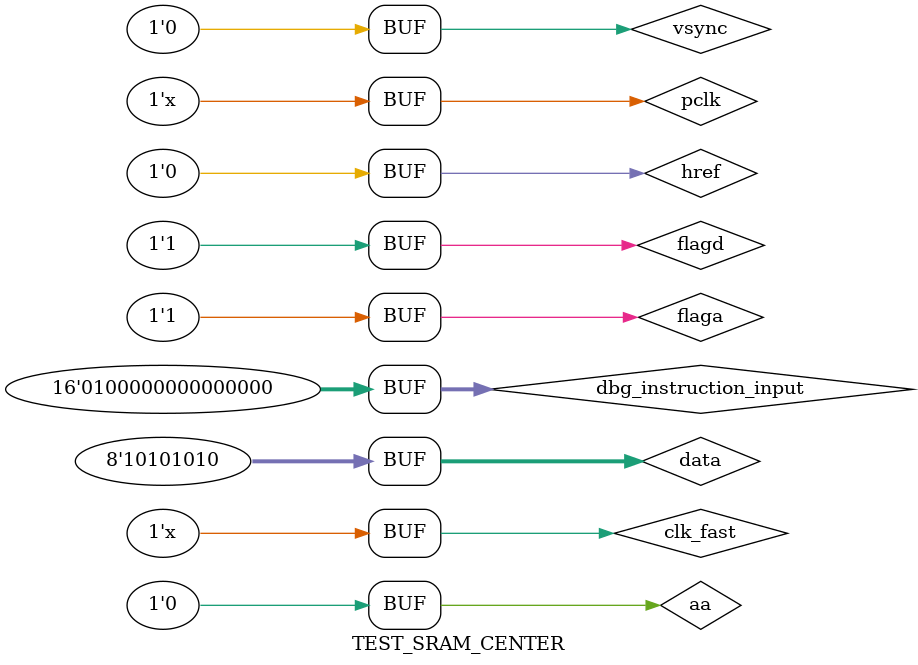
<source format=v>
`timescale 1ns / 1ps


module TEST_SRAM_CENTER;

	// Inputs
	reg clk_fast;
	reg pclk;
	reg href;
	reg vsync;
	reg [7:0] data;
	reg [15:0]dbg_instruction_input;
	
	// Outputs
	wire led_over_run;
	wire led_green;
	wire led_red;
	wire finished;
	wire dbg_vsync_oneshot;
	wire dbg_fifo_wr_en;
	wire dbg_fifo_wr_ack;
	wire dbg_fifo_full;
	wire dbg_fifo_overflow;
	wire dbg_rst_logic;
	wire dbg_rst_fifo;
	wire [15:0] dbg_fifo_dout;
	wire dbg_fifo_rd_en    ;
	wire dbg_fifo_empty    ;
	wire dbg_fifo_valid    ;
	wire dbg_fifo_underflow;
	 
	wire [19:0] SRAM1_A;
	wire [15:0] SRAM1_D; 
	wire SRAM1_nWE; 
	wire SRAM1_nOE;
	wire SRAM1_nCE1;
	wire SRAM1_CE2;
	wire SRAM1_nBHE;
	wire SRAM1_nBLE;
	
	wire  [15:0]   fdata	;	//  FIFO data lines.
	reg  [15:0]   rfdata	;	//  FIFO data lines.
	wire [1:0]    faddr	;	//  FIFO select lines
	wire          slrd	;	//	Read control line
	wire          slwr	;	//	Write control line
	reg           flagd	;	//	EP6 Full Flag
	reg           flaga	;	//	EP2 Empty Flag
	wire          sloe	;	//	Slave Output Enable Control 
	wire 			pktend;
	wire cam_reset_out;
	wire rst_logic;
	wire reset_n_cam_setup_out;
	wire reset_reg_buff_out;
	
	reg aa=0;
	
	
	// Instantiate the Unit Under Test (UUT)
	sram_center uut (
		.clk_fast(clk_fast), 				//ok
		//.button_capture(0),
		.button_g_reset(1'b1), 				//ok
		.reset_out(rst_logic), 						//ok
		.cam_reset_out(cam_reset_out), 		//ok
		
		
		.reset_n_cam_setup_out(reset_n_cam_setup_out),
		.reset_reg_buff_out(reset_reg_buff_out),
		.cam_setup_done_input(1'b1),
		
		.fdata	(fdata[15:0]), 	//ok	
		.faddr	(faddr), 		//ok
		.slrd	(slrd),	 		//ok
		.slwr	(slwr),	 		//ok
		.flagd	(flagd), 		//ok
		.flaga	(flaga), 		//ok
		.sloe	(sloe),	  		//ok		
		.pktend (pktend), 		//ok
		
		. ad( SRAM1_A )				, 		//ok
		. we_n( SRAM1_nWE )			, 		//ok
		. oe_n( SRAM1_nOE )			, 		//ok
		. dio_a( SRAM1_D )			, 		//ok
		. ce_a_n( SRAM1_nCE1 )		, 		//ok
		. ub_a_n( SRAM1_nBHE )		, 		//ok
		. lb_a_n( SRAM1_nBLE )		, 		//ok
		
		.pclk(pclk),  		//ok
		.href(href),  		//ok
		.vsync(vsync), 		//ok 
		.data(data),  		//ok
		.led_over_run(led_over_run),  		//ok
		.led_green(led_green),  			//ok
		.led_red(led_red),  				//ok
		.finished(finished),  				//ok
		.dbg_vsync_oneshot(dbg_vsync_oneshot), 		
		.dbg_fifo_wr_en(dbg_fifo_wr_en), 
		.dbg_fifo_wr_ack(dbg_fifo_wr_ack), 
		.dbg_fifo_full(dbg_fifo_full), 
		.dbg_fifo_overflow(dbg_fifo_overflow), 
		.dbg_rst_logic(dbg_rst_logic), 
		.dbg_rst_fifo(dbg_rst_fifo), 
		.dbg_fifo_dout(dbg_fifo_dout),
		.dbg_fifo_rd_en    (dbg_fifo_rd_en    ),
		.dbg_fifo_empty    (dbg_fifo_empty    ),
		.dbg_fifo_valid    (dbg_fifo_valid    ),
		.dbg_fifo_underflow(dbg_fifo_underflow),
		.dbg_instruction_input(dbg_instruction_input)
		
		
		
	);

	initial begin
		// Initialize Inputs
		dbg_instruction_input=16'b01000000_00000000;//aquire
		clk_fast = 0;
		pclk = 0;
		href = 0;
		vsync = 0;
		data = 8'hAA;
		flagd = 1'b1;
		flaga = 1'b1;

		// Wait 100 ns for global reset to finish
		#100;
        #18100;
		dbg_instruction_input=16'b01010000_00000000;//resetDeep
		#6000;
		dbg_instruction_input=16'b01000000_00000000;//aquire
		// Add stimulus here

	end
 
	always
	begin
		#0;
		pclk<=~pclk;
		#10;
	end
	
	always
	begin
		#2.304 clk_fast<=~clk_fast;
	end	
	
	always
	begin
		href<=1'b1;
		#800;
		href<=1'b0;
		#100;
	end	
	
	always
	begin
		vsync<=1'b1;
		#200;
		vsync<=1'b0;
		#7000;
	end	
	
/*	always
	begin
		if(sloe==0)
		begin
			aa=1'b1;
		end
	end */
//assign fdata = (aa==0)? 16'bz:rfdata;
 
endmodule


</source>
